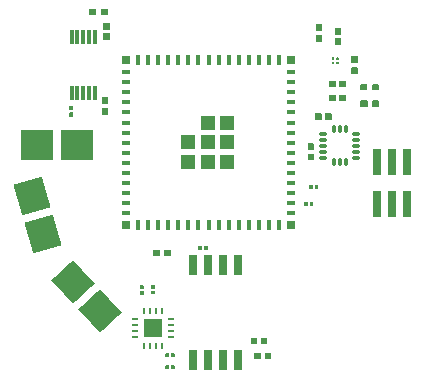
<source format=gtp>
G04 Layer: TopPasteMaskLayer*
G04 EasyEDA v6.5.23, 2023-06-20 13:25:00*
G04 d9f535e9693744e2bd262e855d7d9790,c17a8ced473b4d519dda31697e0e54b6,10*
G04 Gerber Generator version 0.2*
G04 Scale: 100 percent, Rotated: No, Reflected: No *
G04 Dimensions in millimeters *
G04 leading zeros omitted , absolute positions ,4 integer and 5 decimal *
%FSLAX45Y45*%
%MOMM*%

%AMMACRO1*21,1,$1,$2,0,0,$3*%
%AMMACRO2*4,1,4,-0.2,0.4,0.2,0.4,0.2,-0.4,-0.2,-0.4,-0.2,0.4,0*%
%AMMACRO3*4,1,4,-0.1999,0.4,0.1999,0.4,0.1999,-0.4,-0.1999,-0.4,-0.1999,0.4,0*%
%ADD10R,1.1999X1.1999*%
%ADD11R,0.7400X2.2000*%
%ADD12MACRO1,2.7X2.5X-47.0002*%
%ADD13MACRO1,2.7X2.5X-46.9998*%
%ADD14R,2.7000X2.5000*%
%ADD15MACRO1,2.7X2.5X-73.9989*%
%ADD16MACRO1,2.7X2.5X-74.0001*%
%ADD17R,0.8001X0.8001*%
%ADD18MACRO2*%
%ADD19MACRO3*%
%ADD20R,0.8001X0.4001*%
%ADD21O,0.7999984X0.2800096*%
%ADD22O,0.2800096X0.7999984*%
%ADD23R,0.7112X1.7406*%
%ADD24R,0.6000X0.2500*%
%ADD25R,0.2500X0.6000*%
%ADD26R,1.5000X1.5000*%
%ADD27R,0.3000X1.3000*%
%ADD28R,0.0144X1.3000*%

%LPD*%
G36*
X-1636623Y1254506D02*
G01*
X-1643583Y1249527D01*
X-1643583Y1204518D01*
X-1636623Y1199540D01*
X-1588617Y1199540D01*
X-1583588Y1204518D01*
X-1583588Y1249527D01*
X-1588617Y1254506D01*
G37*
G36*
X-1734616Y1254506D02*
G01*
X-1739595Y1249527D01*
X-1739595Y1204518D01*
X-1734616Y1199540D01*
X-1686610Y1199540D01*
X-1679600Y1204518D01*
X-1679600Y1249527D01*
X-1686610Y1254506D01*
G37*
G36*
X379628Y524154D02*
G01*
X375666Y520141D01*
X375666Y474116D01*
X379628Y470154D01*
X429717Y470154D01*
X433730Y474116D01*
X433730Y520141D01*
X429717Y524154D01*
G37*
G36*
X294589Y524154D02*
G01*
X290576Y520141D01*
X290576Y474116D01*
X294589Y470154D01*
X344627Y470154D01*
X348640Y474116D01*
X348640Y520141D01*
X344627Y524154D01*
G37*
G36*
X379374Y645566D02*
G01*
X375412Y641553D01*
X375412Y595579D01*
X379374Y591566D01*
X429463Y591566D01*
X433476Y595579D01*
X433476Y641553D01*
X429463Y645566D01*
G37*
G36*
X294335Y645566D02*
G01*
X290322Y641553D01*
X290322Y595579D01*
X294335Y591566D01*
X344373Y591566D01*
X348386Y595579D01*
X348386Y641553D01*
X344373Y645566D01*
G37*
G36*
X314604Y842365D02*
G01*
X312572Y840333D01*
X312572Y824331D01*
X314604Y822350D01*
X330606Y822350D01*
X332587Y824331D01*
X332587Y840333D01*
X330606Y842365D01*
G37*
G36*
X354584Y842365D02*
G01*
X352602Y840333D01*
X352602Y824331D01*
X354584Y822350D01*
X370586Y822350D01*
X372618Y824331D01*
X372618Y840333D01*
X370586Y842365D01*
G37*
G36*
X314604Y802335D02*
G01*
X312572Y800354D01*
X312572Y784352D01*
X314604Y782370D01*
X330606Y782370D01*
X332587Y784352D01*
X332587Y800354D01*
X330606Y802335D01*
G37*
G36*
X354584Y802335D02*
G01*
X352602Y800354D01*
X352602Y784352D01*
X354584Y782370D01*
X370586Y782370D01*
X372618Y784352D01*
X372618Y800354D01*
X370586Y802335D01*
G37*
G36*
X-251053Y-1661007D02*
G01*
X-255016Y-1665020D01*
X-255016Y-1710994D01*
X-251053Y-1715007D01*
X-200964Y-1715007D01*
X-196951Y-1710994D01*
X-196951Y-1665020D01*
X-200964Y-1661007D01*
G37*
G36*
X-336092Y-1661007D02*
G01*
X-340106Y-1665020D01*
X-340106Y-1710994D01*
X-336092Y-1715007D01*
X-286054Y-1715007D01*
X-282041Y-1710994D01*
X-282041Y-1665020D01*
X-286054Y-1661007D01*
G37*
G36*
X-284581Y-1530451D02*
G01*
X-288544Y-1534464D01*
X-288544Y-1580438D01*
X-284581Y-1584452D01*
X-234492Y-1584452D01*
X-230479Y-1580438D01*
X-230479Y-1534464D01*
X-234492Y-1530451D01*
G37*
G36*
X-369620Y-1530451D02*
G01*
X-373634Y-1534464D01*
X-373634Y-1580438D01*
X-369620Y-1584452D01*
X-319582Y-1584452D01*
X-315569Y-1580438D01*
X-315569Y-1534464D01*
X-319582Y-1530451D01*
G37*
G36*
X342493Y1006195D02*
G01*
X338480Y1002182D01*
X338480Y952144D01*
X342493Y948131D01*
X388518Y948131D01*
X392480Y952144D01*
X392480Y1002182D01*
X388518Y1006195D01*
G37*
G36*
X342493Y1091285D02*
G01*
X338480Y1087272D01*
X338480Y1037183D01*
X342493Y1033221D01*
X388518Y1033221D01*
X392480Y1037183D01*
X392480Y1087272D01*
X388518Y1091285D01*
G37*
G36*
X-1309116Y-1088491D02*
G01*
X-1311554Y-1090879D01*
X-1311554Y-1117295D01*
X-1309116Y-1119733D01*
X-1281531Y-1119733D01*
X-1279144Y-1117295D01*
X-1279144Y-1090879D01*
X-1281531Y-1088491D01*
G37*
G36*
X-1309116Y-1135888D02*
G01*
X-1311554Y-1138326D01*
X-1311554Y-1164742D01*
X-1309116Y-1167130D01*
X-1281531Y-1167130D01*
X-1279144Y-1164742D01*
X-1279144Y-1138326D01*
X-1281531Y-1135888D01*
G37*
G36*
X-1215136Y-1086205D02*
G01*
X-1217574Y-1088593D01*
X-1217574Y-1115009D01*
X-1215136Y-1117396D01*
X-1187551Y-1117396D01*
X-1185164Y-1115009D01*
X-1185164Y-1088593D01*
X-1187551Y-1086205D01*
G37*
G36*
X-1215136Y-1133602D02*
G01*
X-1217574Y-1136040D01*
X-1217574Y-1162456D01*
X-1215136Y-1164844D01*
X-1187551Y-1164844D01*
X-1185164Y-1162456D01*
X-1185164Y-1136040D01*
X-1187551Y-1133602D01*
G37*
G36*
X-814222Y-753364D02*
G01*
X-816610Y-755751D01*
X-816610Y-783336D01*
X-814222Y-785774D01*
X-787806Y-785774D01*
X-785368Y-783336D01*
X-785368Y-755751D01*
X-787806Y-753364D01*
G37*
G36*
X-766775Y-753364D02*
G01*
X-769213Y-755751D01*
X-769213Y-783336D01*
X-766775Y-785774D01*
X-740359Y-785774D01*
X-737971Y-783336D01*
X-737971Y-755751D01*
X-740359Y-753364D01*
G37*
G36*
X-1045565Y-1665071D02*
G01*
X-1047953Y-1667459D01*
X-1047953Y-1695094D01*
X-1045565Y-1697482D01*
X-1019149Y-1697482D01*
X-1016762Y-1695094D01*
X-1016762Y-1667459D01*
X-1019149Y-1665071D01*
G37*
G36*
X-1092962Y-1665071D02*
G01*
X-1095400Y-1667459D01*
X-1095400Y-1695094D01*
X-1092962Y-1697482D01*
X-1066546Y-1697482D01*
X-1064158Y-1695094D01*
X-1064158Y-1667459D01*
X-1066546Y-1665071D01*
G37*
G36*
X-1045311Y-1766163D02*
G01*
X-1047699Y-1768551D01*
X-1047699Y-1796186D01*
X-1045311Y-1798574D01*
X-1018895Y-1798574D01*
X-1016508Y-1796186D01*
X-1016508Y-1768551D01*
X-1018895Y-1766163D01*
G37*
G36*
X-1092708Y-1766163D02*
G01*
X-1095146Y-1768551D01*
X-1095146Y-1796186D01*
X-1092708Y-1798574D01*
X-1066292Y-1798574D01*
X-1063904Y-1796186D01*
X-1063904Y-1768551D01*
X-1066292Y-1766163D01*
G37*
G36*
X129641Y-380136D02*
G01*
X127203Y-382574D01*
X127203Y-410159D01*
X129641Y-412546D01*
X156057Y-412546D01*
X158445Y-410159D01*
X158445Y-382574D01*
X156057Y-380136D01*
G37*
G36*
X82194Y-380136D02*
G01*
X79806Y-382574D01*
X79806Y-410159D01*
X82194Y-412546D01*
X108610Y-412546D01*
X111048Y-410159D01*
X111048Y-382574D01*
X108610Y-380136D01*
G37*
G36*
X171805Y-237540D02*
G01*
X169367Y-239928D01*
X169367Y-267563D01*
X171805Y-269951D01*
X198221Y-269951D01*
X200609Y-267563D01*
X200609Y-239928D01*
X198221Y-237540D01*
G37*
G36*
X124358Y-237540D02*
G01*
X121970Y-239928D01*
X121970Y-267563D01*
X124358Y-269951D01*
X150774Y-269951D01*
X153212Y-267563D01*
X153212Y-239928D01*
X150774Y-237540D01*
G37*
G36*
X659942Y480720D02*
G01*
X652932Y475691D01*
X652932Y430682D01*
X659942Y425704D01*
X707948Y425704D01*
X712927Y430682D01*
X712927Y475691D01*
X707948Y480720D01*
G37*
G36*
X561949Y480720D02*
G01*
X556971Y475691D01*
X556971Y430682D01*
X561949Y425704D01*
X609955Y425704D01*
X616966Y430682D01*
X616966Y475691D01*
X609955Y480720D01*
G37*
G36*
X260248Y367944D02*
G01*
X256286Y363931D01*
X256286Y317957D01*
X260248Y313944D01*
X310337Y313944D01*
X314350Y317957D01*
X314350Y363931D01*
X310337Y367944D01*
G37*
G36*
X175209Y367944D02*
G01*
X171196Y363931D01*
X171196Y317957D01*
X175209Y313944D01*
X225247Y313944D01*
X229260Y317957D01*
X229260Y363931D01*
X225247Y367944D01*
G37*
G36*
X112877Y112725D02*
G01*
X108915Y108712D01*
X108915Y58674D01*
X112877Y54660D01*
X158902Y54660D01*
X162915Y58674D01*
X162915Y108712D01*
X158902Y112725D01*
G37*
G36*
X112877Y27635D02*
G01*
X108915Y23672D01*
X108915Y-26416D01*
X112877Y-30429D01*
X158902Y-30429D01*
X162915Y-26416D01*
X162915Y23672D01*
X158902Y27635D01*
G37*
G36*
X659231Y616407D02*
G01*
X652221Y611428D01*
X652221Y566420D01*
X659231Y561390D01*
X707237Y561390D01*
X712216Y566420D01*
X712216Y611428D01*
X707237Y616407D01*
G37*
G36*
X561238Y616407D02*
G01*
X556260Y611428D01*
X556260Y566420D01*
X561238Y561390D01*
X609244Y561390D01*
X616254Y566420D01*
X616254Y611428D01*
X609244Y616407D01*
G37*
G36*
X-1617522Y1132992D02*
G01*
X-1621536Y1128979D01*
X-1621536Y1078941D01*
X-1617522Y1074928D01*
X-1571548Y1074928D01*
X-1567535Y1078941D01*
X-1567535Y1128979D01*
X-1571548Y1132992D01*
G37*
G36*
X-1617522Y1047902D02*
G01*
X-1621536Y1043940D01*
X-1621536Y993851D01*
X-1617522Y989837D01*
X-1571548Y989837D01*
X-1567535Y993851D01*
X-1567535Y1043940D01*
X-1571548Y1047902D01*
G37*
G36*
X-1903984Y431393D02*
G01*
X-1906422Y428955D01*
X-1906422Y396036D01*
X-1903984Y393649D01*
X-1876399Y393649D01*
X-1874012Y396036D01*
X-1874012Y428955D01*
X-1876399Y431393D01*
G37*
G36*
X-1903984Y377444D02*
G01*
X-1906422Y375005D01*
X-1906422Y342087D01*
X-1903984Y339699D01*
X-1876399Y339699D01*
X-1874012Y342087D01*
X-1874012Y375005D01*
X-1876399Y377444D01*
G37*
G36*
X-1629511Y413258D02*
G01*
X-1634489Y406247D01*
X-1634489Y358241D01*
X-1629511Y353263D01*
X-1584502Y353263D01*
X-1579473Y358241D01*
X-1579473Y406247D01*
X-1584502Y413258D01*
G37*
G36*
X-1629511Y509219D02*
G01*
X-1634489Y504240D01*
X-1634489Y456234D01*
X-1629511Y449224D01*
X-1584502Y449224D01*
X-1579473Y456234D01*
X-1579473Y504240D01*
X-1584502Y509219D01*
G37*
G36*
X184759Y1029106D02*
G01*
X179781Y1022146D01*
X179781Y974140D01*
X184759Y969111D01*
X229768Y969111D01*
X234746Y974140D01*
X234746Y1022146D01*
X229768Y1029106D01*
G37*
G36*
X184759Y1125118D02*
G01*
X179781Y1120140D01*
X179781Y1072134D01*
X184759Y1065123D01*
X229768Y1065123D01*
X234746Y1072134D01*
X234746Y1120140D01*
X229768Y1125118D01*
G37*
G36*
X-1195730Y-787501D02*
G01*
X-1200759Y-792530D01*
X-1200759Y-837539D01*
X-1195730Y-842518D01*
X-1147724Y-842518D01*
X-1140714Y-837539D01*
X-1140714Y-792530D01*
X-1147724Y-787501D01*
G37*
G36*
X-1097737Y-787501D02*
G01*
X-1104747Y-792530D01*
X-1104747Y-837539D01*
X-1097737Y-842518D01*
X-1049731Y-842518D01*
X-1044752Y-837539D01*
X-1044752Y-792530D01*
X-1049731Y-787501D01*
G37*
G36*
X483666Y758291D02*
G01*
X478688Y751281D01*
X478688Y703275D01*
X483666Y698296D01*
X528675Y698296D01*
X533654Y703275D01*
X533654Y751281D01*
X528675Y758291D01*
G37*
G36*
X483666Y854303D02*
G01*
X478688Y849274D01*
X478688Y801268D01*
X483666Y794308D01*
X528675Y794308D01*
X533654Y801268D01*
X533654Y849274D01*
X528675Y854303D01*
G37*
D10*
G01*
X-734824Y124091D03*
G01*
X-734824Y289090D03*
G01*
X-569826Y289090D03*
G01*
X-569826Y124091D03*
G01*
X-569826Y-40906D03*
G01*
X-734824Y-40906D03*
G01*
X-899822Y-40906D03*
G01*
X-899822Y124091D03*
D11*
G01*
X950465Y-41490D03*
G01*
X950465Y-401485D03*
G01*
X823465Y-41490D03*
G01*
X823465Y-401485D03*
G01*
X696465Y-41490D03*
G01*
X696465Y-401485D03*
D12*
G01*
X-1876391Y-1063260D03*
D13*
G01*
X-1649492Y-1306581D03*
D14*
G01*
X-1846252Y99783D03*
G01*
X-2178966Y99783D03*
D15*
G01*
X-2225847Y-334788D03*
D16*
G01*
X-2134143Y-654597D03*
D17*
G01*
X-1429311Y820229D03*
D18*
G01*
X-1324315Y820224D03*
G01*
X-1239301Y820224D03*
G01*
X-1154313Y820224D03*
G01*
X-1069299Y820224D03*
G01*
X-984310Y820224D03*
D19*
G01*
X-899309Y820224D03*
D18*
G01*
X-814308Y820224D03*
G01*
X-644306Y820224D03*
D19*
G01*
X-729307Y820224D03*
G01*
X-559305Y820224D03*
D18*
G01*
X-474304Y820224D03*
G01*
X-389315Y820224D03*
G01*
X-304302Y820224D03*
G01*
X-219313Y820224D03*
G01*
X-134299Y820224D03*
D17*
G01*
X-29314Y820229D03*
D20*
G01*
X-29314Y715225D03*
G01*
X-29314Y630237D03*
G01*
X-29314Y545223D03*
G01*
X-29314Y460235D03*
G01*
X-29314Y375221D03*
G01*
X-29314Y290233D03*
G01*
X-29314Y205219D03*
G01*
X-29314Y120230D03*
G01*
X-29314Y35242D03*
G01*
X-29314Y-49771D03*
G01*
X-29314Y-134759D03*
G01*
X-29314Y-219773D03*
G01*
X-29314Y-304761D03*
G01*
X-29314Y-389775D03*
G01*
X-29314Y-474764D03*
D17*
G01*
X-29314Y-579767D03*
D18*
G01*
X-134299Y-579772D03*
G01*
X-219313Y-579772D03*
G01*
X-304302Y-579772D03*
G01*
X-389315Y-579772D03*
G01*
X-474304Y-579772D03*
D19*
G01*
X-559305Y-579772D03*
D18*
G01*
X-644306Y-579772D03*
D19*
G01*
X-729307Y-579772D03*
D18*
G01*
X-814308Y-579772D03*
D19*
G01*
X-899309Y-579772D03*
D18*
G01*
X-984310Y-579772D03*
G01*
X-1069299Y-579772D03*
G01*
X-1154313Y-579772D03*
G01*
X-1239301Y-579772D03*
G01*
X-1324315Y-579772D03*
D17*
G01*
X-1429311Y-579767D03*
D20*
G01*
X-1429311Y-474764D03*
G01*
X-1429311Y-389775D03*
G01*
X-1429311Y-304761D03*
G01*
X-1429311Y-219773D03*
G01*
X-1429311Y-134759D03*
G01*
X-1429311Y-49771D03*
G01*
X-1429311Y35242D03*
G01*
X-1429311Y120230D03*
G01*
X-1429311Y205219D03*
G01*
X-1429311Y290233D03*
G01*
X-1429311Y375221D03*
G01*
X-1429311Y460235D03*
G01*
X-1429311Y545223D03*
G01*
X-1429311Y715225D03*
G01*
X-1429311Y630237D03*
D21*
G01*
X522348Y-7861D03*
G01*
X522348Y42151D03*
G01*
X522348Y92138D03*
G01*
X522348Y142151D03*
G01*
X522348Y192138D03*
D22*
G01*
X432330Y232143D03*
G01*
X382343Y232143D03*
G01*
X332331Y232143D03*
D21*
G01*
X242338Y192138D03*
G01*
X242338Y142151D03*
G01*
X242338Y92138D03*
G01*
X242338Y42151D03*
G01*
X242338Y-7861D03*
D22*
G01*
X332331Y-47840D03*
G01*
X382343Y-47840D03*
G01*
X432330Y-47840D03*
D23*
G01*
X-858827Y-1717738D03*
G01*
X-731827Y-1717738D03*
G01*
X-604827Y-1717738D03*
G01*
X-477827Y-1717738D03*
G01*
X-477827Y-918679D03*
G01*
X-604827Y-918679D03*
G01*
X-731827Y-918679D03*
G01*
X-858827Y-918679D03*
D24*
G01*
X-1049073Y-1526501D03*
G01*
X-1049073Y-1476514D03*
G01*
X-1049073Y-1426502D03*
G01*
X-1049073Y-1376514D03*
D25*
G01*
X-1124282Y-1301661D03*
G01*
X-1174269Y-1301661D03*
G01*
X-1224282Y-1301661D03*
G01*
X-1274269Y-1301661D03*
D24*
G01*
X-1349072Y-1376667D03*
G01*
X-1349072Y-1426654D03*
G01*
X-1349072Y-1476667D03*
G01*
X-1349072Y-1526501D03*
D25*
G01*
X-1274269Y-1601660D03*
G01*
X-1224282Y-1601660D03*
G01*
X-1174269Y-1601660D03*
G01*
X-1124282Y-1601660D03*
D26*
G01*
X-1199060Y-1451648D03*
D27*
G01*
X-1889356Y540169D03*
G01*
X-1839368Y540169D03*
G01*
X-1789381Y540169D03*
G01*
X-1739369Y540169D03*
G01*
X-1689356Y540169D03*
G01*
X-1689381Y1010170D03*
G01*
X-1739369Y1010170D03*
G01*
X-1789356Y1010170D03*
G01*
X-1839368Y1010170D03*
G01*
X-1889381Y1010170D03*
M02*

</source>
